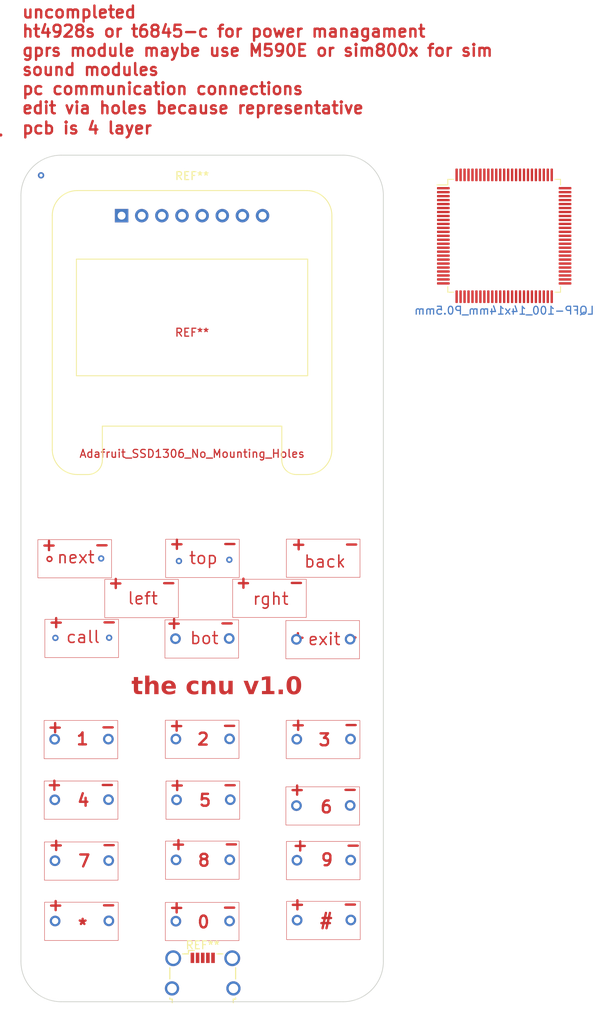
<source format=kicad_pcb>
(kicad_pcb (version 20221018) (generator pcbnew)
  (layers (0 "F.Cu" signal "on.Cu") (1 "In1.Cu" power "pwr.Cu") (2 "In2.Cu" mixed "orta.Cu") (31 "B.Cu" signal "son.Cu") (34 "B.Paste" user) (35 "F.Paste" user) (36 "B.SilkS" user "B.Silkscreen") (37 "F.SilkS" user "F.Silkscreen") (38 "B.Mask" user) (39 "F.Mask" user) (44 "Edge.Cuts" user))
  (net 0 "")
  (footprint "" (layer "F.Cu") (at 90.629972 101.652542)
    (fp_text reference "" (at 0 0) (layer "F.SilkS") (effects (font (size 1.27 1.27))))
    (fp_text value "" (at 0 0) (layer "F.SilkS") (effects (font (size 1.27 1.27))))
    (pad "" thru_hole circle (at 0 0) (size 1.35 1.35) (drill 0.8) (layers "*.Cu" "*.Mask"))
  )
  (footprint "" (layer "F.Cu") (at 60.151781 121.874338)
    (fp_text reference "" (at 0 0) (layer "F.SilkS") (effects (font (size 1.27 1.27))))
    (fp_text value "" (at 0 0) (layer "F.SilkS") (effects (font (size 1.27 1.27))))
    (pad "" thru_hole circle (at 0 0) (size 1.35 1.35) (drill 0.8) (layers "*.Cu" "*.Mask"))
  )
  (footprint "" (layer "F.Cu") (at 60.194806 137.148435)
    (fp_text reference "" (at 0 0) (layer "F.SilkS") (effects (font (size 1.27 1.27))))
    (fp_text value "" (at 0 0) (layer "F.SilkS") (effects (font (size 1.27 1.27))))
    (pad "" thru_hole circle (at 0 0) (size 1.35 1.35) (drill 0.8) (layers "*.Cu" "*.Mask"))
  )
  (footprint "" (layer "F.Cu") (at 60.173293 129.554412)
    (fp_text reference "" (at 0 0) (layer "F.SilkS") (effects (font (size 1.27 1.27))))
    (fp_text value "" (at 0 0) (layer "F.SilkS") (effects (font (size 1.27 1.27))))
    (pad "" thru_hole circle (at 0 0) (size 1.35 1.35) (drill 0.8) (layers "*.Cu" "*.Mask"))
  )
  (footprint "" (layer "F.Cu") (at 82.288466 121.85729)
    (fp_text reference "" (at 0 0) (layer "F.SilkS") (effects (font (size 1.27 1.27))))
    (fp_text value "" (at 0 0) (layer "F.SilkS") (effects (font (size 1.27 1.27))))
    (pad "" thru_hole circle (at 0 0) (size 1.35 1.35) (drill 0.8) (layers "*.Cu" "*.Mask"))
  )
  (footprint "" (layer "F.Cu") (at 75.51193 121.878802)
    (fp_text reference "" (at 0 0) (layer "F.SilkS") (effects (font (size 1.27 1.27))))
    (fp_text value "" (at 0 0) (layer "F.SilkS") (effects (font (size 1.27 1.27))))
    (pad "" thru_hole circle (at 0 0) (size 1.35 1.35) (drill 0.8) (layers "*.Cu" "*.Mask"))
  )
  (footprint "" (layer "F.Cu") (at 97.476512 129.468362)
    (fp_text reference "" (at 0 0) (layer "F.SilkS") (effects (font (size 1.27 1.27))))
    (fp_text value "" (at 0 0) (layer "F.SilkS") (effects (font (size 1.27 1.27))))
    (pad "" thru_hole circle (at 0 0) (size 1.35 1.35) (drill 0.8) (layers "*.Cu" "*.Mask"))
  )
  (footprint "" (layer "F.Cu") (at 66.971342 137.126923)
    (fp_text reference "" (at 0 0) (layer "F.SilkS") (effects (font (size 1.27 1.27))))
    (fp_text value "" (at 0 0) (layer "F.SilkS") (effects (font (size 1.27 1.27))))
    (pad "" thru_hole circle (at 0 0) (size 1.35 1.35) (drill 0.8) (layers "*.Cu" "*.Mask"))
  )
  (footprint "Package_QFP:LQFP-100_14x14mm_P0.5mm" (layer "F.Cu") (at 116.84 50.8)
    (fp_text reference "" hide)
    (fp_text value "LQFP-100_14x14mm_P0.5mm" (at 0 9.42) (layer "B.Cu") (effects (justify mirror)))
    (fp_text user "${REFERENCE}" (at 0 0) (layer "B.Cu") (effects (justify mirror)))
    (fp_line (start -7.11 -7.11) (end -7.11 -6.41) (stroke (width 0.12)) (layer "F.SilkS"))
    (fp_line (start -7.11 -6.41) (end -8.475 -6.41) (stroke (width 0.12)) (layer "F.SilkS"))
    (fp_line (start -7.11 7.11) (end -7.11 6.41) (stroke (width 0.12)) (layer "F.SilkS"))
    (fp_line (start -6.41 -7.11) (end -7.11 -7.11) (stroke (width 0.12)) (layer "F.SilkS"))
    (fp_line (start -6.41 7.11) (end -7.11 7.11) (stroke (width 0.12)) (layer "F.SilkS"))
    (fp_line (start 6.41 -7.11) (end 7.11 -7.11) (stroke (width 0.12)) (layer "F.SilkS"))
    (fp_line (start 6.41 7.11) (end 7.11 7.11) (stroke (width 0.12)) (layer "F.SilkS"))
    (fp_line (start 7.11 -7.11) (end 7.11 -6.41) (stroke (width 0.12)) (layer "F.SilkS"))
    (fp_line (start 7.11 7.11) (end 7.11 6.41) (stroke (width 0.12)) (layer "F.SilkS"))
    (pad "1" smd roundrect (at -7.675 -6) (size 1.6 0.3) (layers "F.Cu" "F.Paste" "F.Mask"))
    (pad "2" smd roundrect (at -7.675 -5.5) (size 1.6 0.3) (layers "F.Cu" "F.Paste" "F.Mask"))
    (pad "3" smd roundrect (at -7.675 -5) (size 1.6 0.3) (layers "F.Cu" "F.Paste" "F.Mask"))
    (pad "4" smd roundrect (at -7.675 -4.5) (size 1.6 0.3) (layers "F.Cu" "F.Paste" "F.Mask"))
    (pad "5" smd roundrect (at -7.675 -4) (size 1.6 0.3) (layers "F.Cu" "F.Paste" "F.Mask"))
    (pad "6" smd roundrect (at -7.675 -3.5) (size 1.6 0.3) (layers "F.Cu" "F.Paste" "F.Mask"))
    (pad "7" smd roundrect (at -7.675 -3) (size 1.6 0.3) (layers "F.Cu" "F.Paste" "F.Mask"))
    (pad "8" smd roundrect (at -7.675 -2.5) (size 1.6 0.3) (layers "F.Cu" "F.Paste" "F.Mask"))
    (pad "9" smd roundrect (at -7.675 -2) (size 1.6 0.3) (layers "F.Cu" "F.Paste" "F.Mask"))
    (pad "10" smd roundrect (at -7.675 -1.5) (size 1.6 0.3) (layers "F.Cu" "F.Paste" "F.Mask"))
    (pad "11" smd roundrect (at -7.675 -1) (size 1.6 0.3) (layers "F.Cu" "F.Paste" "F.Mask"))
    (pad "12" smd roundrect (at -7.675 -0.5) (size 1.6 0.3) (layers "F.Cu" "F.Paste" "F.Mask"))
    (pad "13" smd roundrect (at -7.675 0) (size 1.6 0.3) (layers "F.Cu" "F.Paste" "F.Mask"))
    (pad "14" smd roundrect (at -7.675 0.5) (size 1.6 0.3) (layers "F.Cu" "F.Paste" "F.Mask"))
    (pad "15" smd roundrect (at -7.675 1) (size 1.6 0.3) (layers "F.Cu" "F.Paste" "F.Mask"))
    (pad "16" smd roundrect (at -7.675 1.5) (size 1.6 0.3) (layers "F.Cu" "F.Paste" "F.Mask"))
    (pad "17" smd roundrect (at -7.675 2) (size 1.6 0.3) (layers "F.Cu" "F.Paste" "F.Mask"))
    (pad "18" smd roundrect (at -7.675 2.5) (size 1.6 0.3) (layers "F.Cu" "F.Paste" "F.Mask"))
    (pad "19" smd roundrect (at -7.675 3) (size 1.6 0.3) (layers "F.Cu" "F.Paste" "F.Mask"))
    (pad "20" smd roundrect (at -7.675 3.5) (size 1.6 0.3) (layers "F.Cu" "F.Paste" "F.Mask"))
    (pad "21" smd roundrect (at -7.675 4) (size 1.6 0.3) (layers "F.Cu" "F.Paste" "F.Mask"))
    (pad "22" smd roundrect (at -7.675 4.5) (size 1.6 0.3) (layers "F.Cu" "F.Paste" "F.Mask"))
    (pad "23" smd roundrect (at -7.675 5) (size 1.6 0.3) (layers "F.Cu" "F.Paste" "F.Mask"))
    (pad "24" smd roundrect (at -7.675 5.5) (size 1.6 0.3) (layers "F.Cu" "F.Paste" "F.Mask"))
    (pad "25" smd roundrect (at -7.675 6) (size 1.6 0.3) (layers "F.Cu" "F.Paste" "F.Mask"))
    (pad "26" smd roundrect (at -6 7.675) (size 0.3 1.6) (layers "F.Cu" "F.Paste" "F.Mask"))
    (pad "27" smd roundrect (at -5.5 7.675) (size 0.3 1.6) (layers "F.Cu" "F.Paste" "F.Mask"))
    (pad "28" smd roundrect (at -5 7.675) (size 0.3 1.6) (layers "F.Cu" "F.Paste" "F.Mask"))
    (pad "29" smd roundrect (at -4.5 7.675) (size 0.3 1.6) (layers "F.Cu" "F.Paste" "F.Mask"))
    (pad "30" smd roundrect (at -4 7.675) (size 0.3 1.6) (layers "F.Cu" "F.Paste" "F.Mask"))
    (pad "31" smd roundrect (at -3.5 7.675) (size 0.3 1.6) (layers "F.Cu" "F.Paste" "F.Mask"))
    (pad "32" smd roundrect (at -3 7.675) (size 0.3 1.6) (layers "F.Cu" "F.Paste" "F.Mask"))
    (pad "33" smd roundrect (at -2.5 7.675) (size 0.3 1.6) (layers "F.Cu" "F.Paste" "F.Mask"))
    (pad "34" smd roundrect (at -2 7.675) (size 0.3 1.6) (layers "F.Cu" "F.Paste" "F.Mask"))
    (pad "35" smd roundrect (at -1.5 7.675) (size 0.3 1.6) (layers "F.Cu" "F.Paste" "F.Mask"))
    (pad "36" smd roundrect (at -1 7.675) (size 0.3 1.6) (layers "F.Cu" "F.Paste" "F.Mask"))
    (pad "37" smd roundrect (at -0.5 7.675) (size 0.3 1.6) (layers "F.Cu" "F.Paste" "F.Mask"))
    (pad "38" smd roundrect (at 0 7.675) (size 0.3 1.6) (layers "F.Cu" "F.Paste" "F.Mask"))
    (pad "39" smd roundrect (at 0.5 7.675) (size 0.3 1.6) (layers "F.Cu" "F.Paste" "F.Mask"))
    (pad "40" smd roundrect (at 1 7.675) (size 0.3 1.6) (layers "F.Cu" "F.Paste" "F.Mask"))
    (pad "41" smd roundrect (at 1.5 7.675) (size 0.3 1.6) (layers "F.Cu" "F.Paste" "F.Mask"))
    (pad "42" smd roundrect (at 2 7.675) (size 0.3 1.6) (layers "F.Cu" "F.Paste" "F.Mask"))
    (pad "43" smd roundrect (at 2.5 7.675) (size 0.3 1.6) (layers "F.Cu" "F.Paste" "F.Mask"))
    (pad "44" smd roundrect (at 3 7.675) (size 0.3 1.6) (layers "F.Cu" "F.Paste" "F.Mask"))
    (pad "45" smd roundrect (at 3.5 7.675) (size 0.3 1.6) (layers "F.Cu" "F.Paste" "F.Mask"))
    (pad "46" smd roundrect (at 4 7.675) (size 0.3 1.6) (layers "F.Cu" "F.Paste" "F.Mask"))
    (pad "47" smd roundrect (at 4.5 7.675) (size 0.3 1.6) (layers "F.Cu" "F.Paste" "F.Mask"))
    (pad "48" smd roundrect (at 5 7.675) (size 0.3 1.6) (layers "F.Cu" "F.Paste" "F.Mask"))
    (pad "49" smd roundrect (at 5.5 7.675) (size 0.3 1.6) (layers "F.Cu" "F.Paste" "F.Mask"))
    (pad "50" smd roundrect (at 6 7.675) (size 0.3 1.6) (layers "F.Cu" "F.Paste" "F.Mask"))
    (pad "51" smd roundrect (at 7.675 6) (size 1.6 0.3) (layers "F.Cu" "F.Paste" "F.Mask"))
    (pad "52" smd roundrect (at 7.675 5.5) (size 1.6 0.3) (layers "F.Cu" "F.Paste" "F.Mask"))
    (pad "53" smd roundrect (at 7.675 5) (size 1.6 0.3) (layers "F.Cu" "F.Paste" "F.Mask"))
    (pad "54" smd roundrect (at 7.675 4.5) (size 1.6 0.3) (layers "F.Cu" "F.Paste" "F.Mask"))
    (pad "55" smd roundrect (at 7.675 4) (size 1.6 0.3) (layers "F.Cu" "F.Paste" "F.Mask"))
    (pad "56" smd roundrect (at 7.675 3.5) (size 1.6 0.3) (layers "F.Cu" "F.Paste" "F.Mask"))
    (pad "57" smd roundrect (at 7.675 3) (size 1.6 0.3) (layers "F.Cu" "F.Paste" "F.Mask"))
    (pad "58" smd roundrect (at 7.675 2.5) (size 1.6 0.3) (layers "F.Cu" "F.Paste" "F.Mask"))
    (pad "59" smd roundrect (at 7.675 2) (size 1.6 0.3) (layers "F.Cu" "F.Paste" "F.Mask"))
    (pad "60" smd roundrect (at 7.675 1.5) (size 1.6 0.3) (layers "F.Cu" "F.Paste" "F.Mask"))
    (pad "61" smd roundrect (at 7.675 1) (size 1.6 0.3) (layers "F.Cu" "F.Paste" "F.Mask"))
    (pad "62" smd roundrect (at 7.675 0.5) (size 1.6 0.3) (layers "F.Cu" "F.Paste" "F.Mask"))
    (pad "63" smd roundrect (at 7.675 0) (size 1.6 0.3) (layers "F.Cu" "F.Paste" "F.Mask"))
    (pad "64" smd roundrect (at 7.675 -0.5) (size 1.6 0.3) (layers "F.Cu" "F.Paste" "F.Mask"))
    (pad "65" smd roundrect (at 7.675 -1) (size 1.6 0.3) (layers "F.Cu" "F.Paste" "F.Mask"))
    (pad "66" smd roundrect (at 7.675 -1.5) (size 1.6 0.3) (layers "F.Cu" "F.Paste" "F.Mask"))
    (pad "67" smd roundrect (at 7.675 -2) (size 1.6 0.3) (layers "F.Cu" "F.Paste" "F.Mask"))
    (pad "68" smd roundrect (at 7.675 -2.5) (size 1.6 0.3) (layers "F.Cu" "F.Paste" "F.Mask"))
    (pad "69" smd roundrect (at 7.675 -3) (size 1.6 0.3) (layers "F.Cu" "F.Paste" "F.Mask"))
    (pad "70" smd roundrect (at 7.675 -3.5) (size 1.6 0.3) (layers "F.Cu" "F.Paste" "F.Mask"))
    (pad "71" smd roundrect (at 7.675 -4) (size 1.6 0.3) (layers "F.Cu" "F.Paste" "F.Mask"))
    (pad "72" smd roundrect (at 7.675 -4.5) (size 1.6 0.3) (layers "F.Cu" "F.Paste" "F.Mask"))
    (pad "73" smd roundrect (at 7.675 -5) (size 1.6 0.3) (layers "F.Cu" "F.Paste" "F.Mask"))
    (pad "74" smd roundrect (at 7.675 -5.5) (size 1.6 0.3) (layers "F.Cu" "F.Paste" "F.Mask"))
    (pad "75" smd roundrect (at 7.675 -6) (size 1.6 0.3) (layers "F.Cu" "F.Paste" "F.Mask"))
    (pad "76" smd roundrect (at 6 -7.675) (size 0.3 1.6) (layers "F.Cu" "F.Paste" "F.Mask"))
    (pad "77" smd roundrect (at 5.5 -7.675) (size 0.3 1.6) (layers "F.Cu" "F.Paste" "F.Mask"))
    (pad "78" smd roundrect (at 5 -7.675) (size 0.3 1.6) (layers "F.Cu" "F.Paste" "F.Mask"))
    (pad "79" smd roundrect (at 4.5 -7.675) (size 0.3 1.6) (layers "F.Cu" "F.Paste" "F.Mask"))
    (pad "80" smd roundrect (at 4 -7.675) (size 0.3 1.6) (layers "F.Cu" "F.Paste" "F.Mask"))
    (pad "81" smd roundrect (at 3.5 -7.675) (size 0.3 1.6) (layers "F.Cu" "F.Paste" "F.Mask"))
    (pad "82" smd roundrect (at 3 -7.675) (size 0.3 1.6) (layers "F.Cu" "F.Paste" "F.Mask"))
    (pad "83" smd roundrect (at 2.5 -7.675) (size 0.3 1.6) (layers "F.Cu" "F.Paste" "F.Mask"))
    (pad "84" smd roundrect (at 2 -7.675) (size 0.3 1.6) (layers "F.Cu" "F.Paste" "F.Mask"))
    (pad "85" smd roundrect (at 1.5 -7.675) (size 0.3 1.6) (layers "F.Cu" "F.Paste" "F.Mask"))
    (pad "86" smd roundrect (at 1 -7.675) (size 0.3 1.6) (layers "F.Cu" "F.Paste" "F.Mask"))
    (pad "87" smd roundrect (at 0.5 -7.675) (size 0.3 1.6) (layers "F.Cu" "F.Paste" "F.Mask"))
    (pad "88" smd roundrect (at 0 -7.675) (size 0.3 1.6) (layers "F.Cu" "F.Paste" "F.Mask"))
    (pad "89" smd roundrect (at -0.5 -7.675) (size 0.3 1.6) (layers "F.Cu" "F.Paste" "F.Mask"))
    (pad "90" smd roundrect (at -1 -7.675) (size 0.3 1.6) (layers "F.Cu" "F.Paste" "F.Mask"))
    (pad "91" smd roundrect (at -1.5 -7.675) (size 0.3 1.6) (layers "F.Cu" "F.Paste" "F.Mask"))
    (pad "92" smd roundrect (at -2 -7.675) (size 0.3 1.6) (layers "F.Cu" "F.Paste" "F.Mask"))
    (pad "93" smd roundrect (at -2.5 -7.675) (size 0.3 1.6) (layers "F.Cu" "F.Paste" "F.Mask"))
    (pad "94" smd roundrect (at -3 -7.675) (size 0.3 1.6) (layers "F.Cu" "F.Paste" "F.Mask"))
    (pad "95" smd roundrect (at -3.5 -7.675) (size 0.3 1.6) (layers "F.Cu" "F.Paste" "F.Mask"))
    (pad "96" smd roundrect (at -4 -7.675) (size 0.3 1.6) (layers "F.Cu" "F.Paste" "F.Mask"))
    (pad "97" smd roundrect (at -4.5 -7.675) (size 0.3 1.6) (layers "F.Cu" "F.Paste" "F.Mask"))
    (pad "98" smd roundrect (at -5 -7.675) (size 0.3 1.6) (layers "F.Cu" "F.Paste" "F.Mask"))
    (pad "99" smd roundrect (at -5.5 -7.675) (size 0.3 1.6) (layers "F.Cu" "F.Paste" "F.Mask"))
    (pad "100" smd roundrect (at -6 -7.675) (size 0.3 1.6) (layers "F.Cu" "F.Paste" "F.Mask"))
  )
  (footprint "" (layer "F.Cu") (at 82.223927 129.425336)
    (fp_text reference "" (at 0 0) (layer "F.SilkS") (effects (font (size 1.27 1.27))))
    (fp_text value "" (at 0 0) (layer "F.SilkS") (effects (font (size 1.27 1.27))))
    (pad "" thru_hole circle (at 0 0) (size 1.35 1.35) (drill 0.8) (layers "*.Cu" "*.Mask"))
  )
  (footprint "" (layer "F.Cu") (at 66.911608 114.221495)
    (fp_text reference "" (at 0 0) (layer "F.SilkS") (effects (font (size 1.27 1.27))))
    (fp_text value "" (at 0 0) (layer "F.SilkS") (effects (font (size 1.27 1.27))))
    (pad "" thru_hole circle (at 0 0) (size 1.35 1.35) (drill 0.8) (layers "*.Cu" "*.Mask"))
  )
  (footprint "" (layer "F.Cu") (at 90.635438 122.605773)
    (fp_text reference "" (at 0 0) (layer "F.SilkS") (effects (font (size 1.27 1.27))))
    (fp_text value "" (at 0 0) (layer "F.SilkS") (effects (font (size 1.27 1.27))))
    (pad "" thru_hole circle (at 0 0) (size 1.35 1.35) (drill 0.8) (layers "*.Cu" "*.Mask"))
  )
  (footprint "" (layer "F.Cu") (at 75.425878 137.169948)
    (fp_text reference "" (at 0 0) (layer "F.SilkS") (effects (font (size 1.27 1.27))))
    (fp_text value "" (at 0 0) (layer "F.SilkS") (effects (font (size 1.27 1.27))))
    (pad "" thru_hole circle (at 0 0) (size 1.35 1.35) (drill 0.8) (layers "*.Cu" "*.Mask"))
  )
  (footprint "" (layer "F.Cu") (at 97.411974 122.584261)
    (fp_text reference "" (at 0 0) (layer "F.SilkS") (effects (font (size 1.27 1.27))))
    (fp_text value "" (at 0 0) (layer "F.SilkS") (effects (font (size 1.27 1.27))))
    (pad "" thru_hole circle (at 0 0) (size 1.35 1.35) (drill 0.8) (layers "*.Cu" "*.Mask"))
  )
  (footprint "" (layer "F.Cu") (at 97.498025 137.019359)
    (fp_text reference "" (at 0 0) (layer "F.SilkS") (effects (font (size 1.27 1.27))))
    (fp_text value "" (at 0 0) (layer "F.SilkS") (effects (font (size 1.27 1.27))))
    (pad "" thru_hole circle (at 0 0) (size 1.35 1.35) (drill 0.8) (layers "*.Cu" "*.Mask"))
  )
  (footprint "Display:Adafruit_SSD1306_No_Mounting_Holes" (layer "F.Cu") (at 68.58 48.26)
    (fp_text reference "REF**" (at 8.89 -5) (layer "F.SilkS"))
    (fp_text value "Adafruit_SSD1306_No_Mounting_Holes" (at 8.89 30) (layer "F.Cu"))
    (fp_text user "${REFERENCE}" (at 8.89 14.732) (layer "F.Cu"))
    (fp_line (start -8.746 0) (end -8.746 29.464) (stroke (width 0.12)) (layer "F.SilkS"))
    (fp_line (start -5.698 5.478) (end -5.698 20.176) (stroke (width 0.12)) (layer "F.SilkS"))
    (fp_line (start -5.698 5.478) (end 23.478 5.478) (stroke (width 0.12)) (layer "F.SilkS"))
    (fp_line (start -5.698 20.176) (end 23.478 20.176) (stroke (width 0.12)) (layer "F.SilkS"))
    (fp_line (start -4.238 32.622) (end -5.59 32.622) (stroke (width 0.12)) (layer "F.SilkS"))
    (fp_line (start -2.43 26.526) (end -2.43 30.814) (stroke (width 0.12)) (layer "F.SilkS"))
    (fp_line (start -2.43 26.526) (end 20.21 26.526) (stroke (width 0.12)) (layer "F.SilkS"))
    (fp_line (start 20.21 26.526) (end 20.21 30.814) (stroke (width 0.12)) (layer "F.SilkS"))
    (fp_line (start 22.018 32.622) (end 23.37 32.622) (stroke (width 0.12)) (layer "F.SilkS"))
    (fp_line (start 23.368 -3.158) (end -5.588 -3.158) (stroke (width 0.12)) (layer "F.SilkS"))
    (fp_line (start 23.478 5.478) (end 23.478 20.176) (stroke (width 0.12)) (layer "F.SilkS"))
    (fp_line (start 26.526 0) (end 26.526 29.464) (stroke (width 0.12)) (layer "F.SilkS"))
    (fp_arc (start -8.746 0) (mid -7.821043 -2.233043) (end -5.588 -3.158) (stroke (width 0.12)) (layer "F.SilkS"))
    (fp_arc (start -5.588 32.622) (mid -7.821043 31.697043) (end -8.746 29.464) (stroke (width 0.12)) (layer "F.SilkS"))
    (fp_arc (start -2.43 30.812) (mid -2.958137 32.091035) (end -4.236 32.622) (stroke (width 0.12)) (layer "F.SilkS"))
    (fp_arc (start 22.016 32.622) (mid 20.738137 32.091035) (end 20.21 30.812) (stroke (width 0.12)) (layer "F.SilkS"))
    (fp_arc (start 23.368 -3.158) (mid 25.601043 -2.233043) (end 26.526 0) (stroke (width 0.12)) (layer "F.SilkS"))
    (fp_arc (start 26.526 29.464) (mid 25.601043 31.697043) (end 23.368 32.622) (stroke (width 0.12)) (layer "F.SilkS"))
    (pad "1" thru_hole rect (at 0 0) (size 1.7 1.7) (drill 1) (layers "*.Cu" "*.Mask"))
    (pad "2" thru_hole circle (at 2.54 0) (size 1.7 1.7) (drill 1) (layers "*.Cu" "*.Mask"))
    (pad "3" thru_hole circle (at 5.08 0) (size 1.7 1.7) (drill 1) (layers "*.Cu" "*.Mask"))
    (pad "4" thru_hole circle (at 7.62 0) (size 1.7 1.7) (drill 1) (layers "*.Cu" "*.Mask"))
    (pad "5" thru_hole circle (at 10.16 0) (size 1.7 1.7) (drill 1) (layers "*.Cu" "*.Mask"))
    (pad "6" thru_hole circle (at 12.7 0) (size 1.7 1.7) (drill 1) (layers "*.Cu" "*.Mask"))
    (pad "7" thru_hole circle (at 15.24 0) (size 1.7 1.7) (drill 1) (layers "*.Cu" "*.Mask"))
    (pad "8" thru_hole circle (at 17.78 0) (size 1.7 1.7) (drill 1) (layers "*.Cu" "*.Mask"))
  )
  (footprint "" (layer "F.Cu") (at 90.699976 129.489874)
    (fp_text reference "" (at 0 0) (layer "F.SilkS") (effects (font (size 1.27 1.27))))
    (fp_text value "" (at 0 0) (layer "F.SilkS") (effects (font (size 1.27 1.27))))
    (pad "" thru_hole circle (at 0 0) (size 1.35 1.35) (drill 0.8) (layers "*.Cu" "*.Mask"))
  )
  (footprint "" (layer "F.Cu") (at 66.949829 129.5329)
    (fp_text reference "" (at 0 0) (layer "F.SilkS") (effects (font (size 1.27 1.27))))
    (fp_text value "" (at 0 0) (layer "F.SilkS") (effects (font (size 1.27 1.27))))
    (pad "" thru_hole circle (at 0 0) (size 1.35 1.35) (drill 0.8) (layers "*.Cu" "*.Mask"))
  )
  (footprint "" (layer "F.Cu") (at 97.406508 101.63103)
    (fp_text reference "" (at 0 0) (layer "F.SilkS") (effects (font (size 1.27 1.27))))
    (fp_text value "" (at 0 0) (layer "F.SilkS") (effects (font (size 1.27 1.27))))
    (pad "" thru_hole circle (at 0 0) (size 1.35 1.35) (drill 0.8) (layers "*.Cu" "*.Mask"))
  )
  (footprint "" (layer "F.Cu") (at 60.135072 114.243007)
    (fp_text reference "" (at 0 0) (layer "F.SilkS") (effects (font (size 1.27 1.27))))
    (fp_text value "" (at 0 0) (layer "F.SilkS") (effects (font (size 1.27 1.27))))
    (pad "" thru_hole circle (at 0 0) (size 1.35 1.35) (drill 0.8) (layers "*.Cu" "*.Mask"))
  )
  (footprint "" (layer "F.Cu") (at 66.928317 121.852826)
    (fp_text reference "" (at 0 0) (layer "F.SilkS") (effects (font (size 1.27 1.27))))
    (fp_text value "" (at 0 0) (layer "F.SilkS") (effects (font (size 1.27 1.27))))
    (pad "" thru_hole circle (at 0 0) (size 1.35 1.35) (drill 0.8) (layers "*.Cu" "*.Mask"))
  )
  (footprint "" (layer "F.Cu") (at 82.202414 114.194264)
    (fp_text reference "" (at 0 0) (layer "F.SilkS") (effects (font (size 1.27 1.27))))
    (fp_text value "" (at 0 0) (layer "F.SilkS") (effects (font (size 1.27 1.27))))
    (pad "" thru_hole circle (at 0 0) (size 1.35 1.35) (drill 0.8) (layers "*.Cu" "*.Mask"))
  )
  (footprint "" (layer "F.Cu") (at 75.447391 129.446848)
    (fp_text reference "" (at 0 0) (layer "F.SilkS") (effects (font (size 1.27 1.27))))
    (fp_text value "" (at 0 0) (layer "F.SilkS") (effects (font (size 1.27 1.27))))
    (pad "" thru_hole circle (at 0 0) (size 1.35 1.35) (drill 0.8) (layers "*.Cu" "*.Mask"))
  )
  (footprint "" (layer "F.Cu") (at 82.153923 101.544979)
    (fp_text reference "" (at 0 0) (layer "F.SilkS") (effects (font (size 1.27 1.27))))
    (fp_text value "" (at 0 0) (layer "F.SilkS") (effects (font (size 1.27 1.27))))
    (pad "" thru_hole circle (at 0 0) (size 1.35 1.35) (drill 0.8) (layers "*.Cu" "*.Mask"))
  )
  (footprint "" (layer "F.Cu") (at 75.377387 101.566491)
    (fp_text reference "" (at 0 0) (layer "F.SilkS") (effects (font (size 1.27 1.27))))
    (fp_text value "" (at 0 0) (layer "F.SilkS") (effects (font (size 1.27 1.27))))
    (pad "" thru_hole circle (at 0 0) (size 1.35 1.35) (drill 0.8) (layers "*.Cu" "*.Mask"))
  )
  (footprint "" (layer "F.Cu") (at 90.678463 114.237289)
    (fp_text reference "" (at 0 0) (layer "F.SilkS") (effects (font (size 1.27 1.27))))
    (fp_text value "" (at 0 0) (layer "F.SilkS") (effects (font (size 1.27 1.27))))
    (pad "" thru_hole circle (at 0 0) (size 1.35 1.35) (drill 0.8) (layers "*.Cu" "*.Mask"))
  )
  (footprint "Connector_USB:USB_Micro-B_Wuerth_629105150521_CircularHoles" (layer "F.Cu") (at 78.812605 143.690913)
    (fp_text reference "REF**" (at 0 -3.5) (layer "F.SilkS"))
    (fp_text value "USB_Micro-B_Wuerth_629105150521_CircularHoles")
    (fp_line (start -4.15 -0.65) (end -4.15 0.75) (stroke (width 0.15)) (layer "F.SilkS"))
    (fp_line (start -4.15 3.15) (end -4.15 3.3) (stroke (width 0.15)) (layer "F.SilkS"))
    (fp_line (start -4.15 3.3) (end -3.85 3.3) (stroke (width 0.15)) (layer "F.SilkS"))
    (fp_line (start -3.85 3.3) (end -3.85 3.75) (stroke (width 0.15)) (layer "F.SilkS"))
    (fp_line (start -1.8 -2.825) (end -1.8 -2.4) (stroke (width 0.15)) (layer "F.SilkS"))
    (fp_line (start -1.8 -2.4) (end -2.525 -2.4) (stroke (width 0.15)) (layer "F.SilkS"))
    (fp_line (start -1.075 -2.825) (end -1.8 -2.825) (stroke (width 0.15)) (layer "F.SilkS"))
    (fp_line (start 1.8 -2.4) (end 2.525 -2.4) (stroke (width 0.15)) (layer "F.SilkS"))
    (fp_line (start 3.85 3.3) (end 4.15 3.3) (stroke (width 0.15)) (layer "F.SilkS"))
    (fp_line (start 3.85 3.75) (end 3.85 3.3) (stroke (width 0.15)) (layer "F.SilkS"))
    (fp_line (start 4.15 0.75) (end 4.15 -0.65) (stroke (width 0.15)) (layer "F.SilkS"))
    (fp_line (start 4.15 3.3) (end 4.15 3.15) (stroke (width 0.15)) (layer "F.SilkS"))
    (pad "" np_thru_hole circle (at -2.5 -0.8) (size 0.8 0.8) (drill 0.8) (layers "*.Cu" "*.Mask"))
    (pad "" np_thru_hole circle (at 2.5 -0.8) (size 0.8 0.8) (drill 0.8) (layers "*.Cu" "*.Mask"))
    (pad "1" smd rect (at -1.3 -1.9) (size 0.45 1.3) (layers "F.Cu" "F.Paste" "F.Mask"))
    (pad "2" smd rect (at -0.65 -1.9) (size 0.45 1.3) (layers "F.Cu" "F.Paste" "F.Mask"))
    (pad "3" smd rect (at 0 -1.9) (size 0.45 1.3) (layers "F.Cu" "F.Paste" "F.Mask"))
    (pad "4" smd rect (at 0.65 -1.9) (size 0.45 1.3) (layers "F.Cu" "F.Paste" "F.Mask"))
    (pad "5" smd rect (at 1.3 -1.9) (size 0.45 1.3) (layers "F.Cu" "F.Paste" "F.Mask"))
    (pad "6" thru_hole circle (at -3.875 1.95) (size 1.8 1.8) (drill 1.2) (layers "*.Cu" "*.Mask"))
    (pad "6" thru_hole circle (at -3.725 -1.85) (size 2 2) (drill 1.4) (layers "*.Cu" "*.Mask"))
    (pad "6" thru_hole circle (at 3.725 -1.85) (size 2 2) (drill 1.4) (layers "*.Cu" "*.Mask"))
    (pad "6" thru_hole circle (at 3.875 1.95) (size 1.8 1.8) (drill 1.2) (layers "*.Cu" "*.Mask"))
  )
  (footprint "" (layer "F.Cu") (at 82.202414 137.148436)
    (fp_text reference "" (at 0 0) (layer "F.SilkS") (effects (font (size 1.27 1.27))))
    (fp_text value "" (at 0 0) (layer "F.SilkS") (effects (font (size 1.27 1.27))))
    (pad "" thru_hole circle (at 0 0) (size 1.35 1.35) (drill 0.8) (layers "*.Cu" "*.Mask"))
  )
  (footprint "" (layer "F.Cu") (at 75.425878 114.215776)
    (fp_text reference "" (at 0 0) (layer "F.SilkS") (effects (font (size 1.27 1.27))))
    (fp_text value "" (at 0 0) (layer "F.SilkS") (effects (font (size 1.27 1.27))))
    (pad "" thru_hole circle (at 0 0) (size 1.35 1.35) (drill 0.8) (layers "*.Cu" "*.Mask"))
  )
  (footprint "" (layer "F.Cu") (at 90.721489 137.040871)
    (fp_text reference "" (at 0 0) (layer "F.SilkS") (effects (font (size 1.27 1.27))))
    (fp_text value "" (at 0 0) (layer "F.SilkS") (effects (font (size 1.27 1.27))))
    (pad "" thru_hole circle (at 0 0) (size 1.35 1.35) (drill 0.8) (layers "*.Cu" "*.Mask"))
  )
  (footprint "" (layer "F.Cu") (at 97.454999 114.215777)
    (fp_text reference "" (at 0 0) (layer "F.SilkS") (effects (font (size 1.27 1.27))))
    (fp_text value "" (at 0 0) (layer "F.SilkS") (effects (font (size 1.27 1.27))))
    (pad "" thru_hole circle (at 0 0) (size 1.35 1.35) (drill 0.8) (layers "*.Cu" "*.Mask"))
  )
  (gr_rect (start 89.345817 111.869052) (end 98.639352 116.687922) (stroke (width 0.05)) (fill none) (layer "F.Cu"))
  (gr_rect (start 58.819135 119.506101) (end 68.11267 124.324971) (stroke (width 0.05)) (fill none) (layer "F.Cu"))
  (gr_rect (start 74.114745 127.078611) (end 83.40828 131.897481) (stroke (width 0.05)) (fill none) (layer "F.Cu"))
  (gr_rect (start 89.302792 120.237536) (end 98.596327 125.056406) (stroke (width 0.05)) (fill none) (layer "F.Cu"))
  (gr_rect (start 82.585328 94.078204) (end 91.878863 98.897074) (stroke (width 0.05)) (fill none) (layer "F.Cu"))
  (gr_rect (start 89.361864 89.022693) (end 98.655399 93.841563) (stroke (width 0.05)) (fill none) (layer "F.Cu"))
  (gr_rect (start 74.130792 89.044206) (end 83.424327 93.863076) (stroke (width 0.05)) (fill none) (layer "F.Cu"))
  (gr_rect (start 66.450718 94.099717) (end 75.744253 98.918587) (stroke (width 0.05)) (fill none) (layer "F.Cu"))
  (gr_rect (start 89.297326 99.284305) (end 98.590861 104.103175) (stroke (width 0.05)) (fill none) (layer "F.Cu"))
  (gr_rect (start 58.802426 111.87477) (end 68.095961 116.69364) (stroke (width 0.05)) (fill none) (layer "F.Cu"))
  (gr_rect (start 74.044741 99.198254) (end 83.338276 104.017124) (stroke (width 0.05)) (fill none) (layer "F.Cu"))
  (gr_rect (start 89.388843 134.672634) (end 98.682378 139.491504) (stroke (width 0.05)) (fill none) (layer "F.Cu"))
  (gr_rect (start 58.840647 127.186175) (end 68.134182 132.005045) (stroke (width 0.05)) (fill none) (layer "F.Cu"))
  (gr_rect (start 74.093232 111.847539) (end 83.386767 116.666409) (stroke (width 0.05)) (fill none) (layer "F.Cu"))
  (gr_rect (start 58.017695 89.087232) (end 67.31123 93.906102) (stroke (width 0.05)) (fill none) (layer "F.Cu"))
  (gr_rect (start 74.093232 134.801711) (end 83.386767 139.620581) (stroke (width 0.05)) (fill none) (layer "F.Cu"))
  (gr_rect (start 74.179284 119.510565) (end 83.472819 124.329435) (stroke (width 0.05)) (fill none) (layer "F.Cu"))
  (gr_arc (start 53.34 38.1) (mid 53.34 38.1) (end 53.34 38.1) (stroke (width 0.2)) (layer "F.Cu"))
  (gr_rect (start 58.86216 134.780198) (end 68.155695 139.599068) (stroke (width 0.05)) (fill none) (layer "F.Cu"))
  (gr_rect (start 89.36733 127.121637) (end 98.660865 131.940507) (stroke (width 0.05)) (fill none) (layer "F.Cu"))
  (gr_rect (start 58.89972 99.133716) (end 68.193255 103.952586) (stroke (width 0.05)) (fill none) (layer "F.Cu"))
  (gr_arc (start 55.88 45.72) (mid 57.367898 42.127898) (end 60.96 40.64) (stroke (width 0.1)) (layer "Edge.Cuts"))
  (gr_line (start 60.96 40.64) (end 96.52 40.64) (stroke (width 0.1)) (layer "Edge.Cuts"))
  (gr_arc (start 60.96 147.32) (mid 57.367898 145.832102) (end 55.88 142.24) (stroke (width 0.1)) (layer "Edge.Cuts"))
  (gr_line (start 96.52 147.32) (end 60.96 147.32) (stroke (width 0.1)) (layer "Edge.Cuts"))
  (gr_line (start 101.6 45.72) (end 101.6 142.24) (stroke (width 0.1)) (layer "Edge.Cuts"))
  (gr_arc (start 101.6 142.24) (mid 100.112102 145.832102) (end 96.52 147.32) (stroke (width 0.1)) (layer "Edge.Cuts"))
  (gr_line (start 55.88 142.24) (end 55.88 45.72) (stroke (width 0.1)) (layer "Edge.Cuts"))
  (gr_arc (start 96.52 40.64) (mid 100.112102 42.127898) (end 101.6 45.72) (stroke (width 0.1)) (layer "Edge.Cuts"))
  (gr_text "0" (at 77.998399 138.155863) (layer "F.Cu") (effects (font (size 1.5 1.5) (thickness 0.3) bold) (justify left bottom)))
  (gr_text "+" (at 59.069849 113.548879) (layer "F.Cu") (effects (font (size 1.5 1.5) (thickness 0.3) bold) (justify left bottom)))
  (gr_text "+" (at 89.790146 90.508656) (layer "F.Cu") (effects (font (size 1.5 1.5) (thickness 0.3) bold) (justify left bottom)))
  (gr_text "7" (at 62.962753 130.462075) (layer "F.Cu") (effects (font (size 1.5 1.5) (thickness 0.3) bold) (justify left bottom)))
  (gr_text "-" (at 81.077456 113.322995) (layer "F.Cu") (effects (font (size 1.5 1.5) (thickness 0.3) bold) (justify left bottom)))
  (gr_text "+" (at 74.397728 136.266411) (layer "F.Cu") (effects (font (size 1.5 1.5) (thickness 0.3) bold) (justify left bottom)))
  (gr_text "+" (at 82.819995 95.349039) (layer "F.Cu") (effects (font (size 1.5 1.5) (thickness 0.3) bold) (justify left bottom)))
  (gr_text "+" (at 59.198925 100.318499) (layer "F.Cu") (effects (font (size 1.5 1.5) (thickness 0.3) bold) (justify left bottom)))
  (gr_text "top" (at 76.979265 92.285865) (layer "F.Cu") (effects (font (size 1.5 1.5) (thickness 0.1875)) (justify left bottom)))
  (gr_text "#" (at 93.444599 137.969419) (layer "F.Cu") (effects (font (size 1.5 1.5) (thickness 0.3) bold) (justify left bottom)))
  (gr_text "+" (at 89.596531 121.422569) (layer "F.Cu") (effects (font (size 1.5 1.5) (thickness 0.3) bold) (justify left bottom)))
  (gr_text "1" (at 62.735416 115.084022) (layer "F.Cu") (effects (font (size 1.5 1.5) (thickness 0.3) bold) (justify left bottom)))
  (gr_text "next" (at 60.328347 92.189058) (layer "F.Cu") (effects (font (size 1.5 1.5) (thickness 0.1875)) (justify left bottom)))
  (gr_text "left" (at 69.234652 97.368268) (layer "F.Cu") (effects (font (size 1.5 1.5) (thickness 0.1875)) (justify left bottom)))
  (gr_text "+" (at 74.462267 120.841723) (layer "F.Cu") (effects (font (size 1.5 1.5) (thickness 0.3) bold) (justify left bottom)))
  (gr_text "+" (at 58.295387 90.605464) (layer "F.Cu") (effects (font (size 1.5 1.5) (thickness 0.3) bold) (justify left bottom)))
  (gr_text "-" (at 65.878653 100.28623) (layer "F.Cu") (effects (font (size 1.5 1.5) (thickness 0.3) bold) (justify left bottom)))
  (gr_text "-" (at 65.814115 135.943719) (layer "F.Cu") (effects (font (size 1.5 1.5) (thickness 0.3) bold) (justify left bottom)))
  (gr_text "-" (at 96.308528 135.846911) (layer "F.Cu") (effects (font (size 1.5 1.5) (thickness 0.3) bold) (justify left bottom)))
  (gr_text "pcb is 4 layer " (at 55.88 38.1) (layer "F.Cu") (effects (font (size 1.5 1.5) (thickness 0.3) bold) (justify left bottom)))
  (gr_text "+" (at 74.429997 90.444117) (layer "F.Cu") (effects (font (size 1.5 1.5) (thickness 0.3) bold) (justify left bottom)))
  (gr_text "the cnu v1.0" (at 69.817901 108.935762) (layer "F.Cu") (effects (font (size 2.2 2.2) (thickness 0.3) bold) (justify left bottom)))
  (gr_text "4" (at 62.840202 122.819074) (layer "F.Cu") (effects (font (size 1.5 1.5) (thickness 0.3) bold) (justify left bottom)))
  (gr_text "-" (at 81.109725 90.411848) (layer "F.Cu") (effects (font (size 1.5 1.5) (thickness 0.3) bold) (justify left bottom)))
  (gr_text "*" (at 62.896404 138.571778) (layer "F.Cu") (effects (font (size 1.5 1.5) (thickness 0.3) bold) (justify left bottom)))
  (gr_text "3" (at 93.27405 115.198757) (layer "F.Cu") (effects (font (size 1.5 1.5) (thickness 0.3) bold) (justify left bottom)))
  (gr_text "uncompleted \nht4928s or t6845-c for power managament\ngprs module maybe use M590E or sim800x for sim\nsound modules\npc communication connections\nedit via holes because representative \n" (at 55.88 35.56) (layer "F.Cu") (effects (font (size 1.5 1.5) (thickness 0.3) bold) (justify left bottom)))
  (gr_text "-" (at 65.749577 113.51661) (layer "F.Cu") (effects (font (size 1.5 1.5) (thickness 0.3) bold) (justify left bottom)))
  (gr_text "-" (at 80.754764 100.415307) (layer "F.Cu") (effects (font (size 1.5 1.5) (thickness 0.3) bold) (justify left bottom)))
  (gr_text "-" (at 73.397382 95.349039) (layer "F.Cu") (effects (font (size 1.5 1.5) (thickness 0.3) bold) (justify left bottom)))
  (gr_text "+" (at 74.623613 128.295913) (layer "F.Cu") (effects (font (size 1.5 1.5) (thickness 0.3) bold) (justify left bottom)))
  (gr_text "8" (at 78.051589 130.380827) (layer "F.Cu") (effects (font (size 1.5 1.5) (thickness 0.3) bold) (justify left bottom)))
  (gr_text "+" (at 58.973041 120.809454) (layer "F.Cu") (effects (font (size 1.5 1.5) (thickness 0.3) bold) (justify left bottom)))
  (gr_text "-" (at 81.303341 128.263644) (layer "F.Cu") (effects (font (size 1.5 1.5) (thickness 0.3) bold) (justify left bottom)))
  (gr_text "-" (at 65.652769 120.777185) (layer "F.Cu") (effects (font (size 1.5 1.5) (thickness 0.3) bold) (justify left bottom)))
  (gr_text "rght" (at 85.014301 97.416671) (layer "F.Cu") (effects (font (size 1.5 1.5) (thickness 0.1875)) (justify left bottom)))
  (gr_text "-" (at 81.077456 136.234142) (layer "F.Cu") (effects (font (size 1.5 1.5) (thickness 0.3) bold) (justify left bottom)))
  (gr_text "+" (at 89.983762 128.457259) (layer "F.Cu") (effects (font (size 1.5 1.5) (thickness 0.3) bold) (justify left bottom)))
  (gr_text "+" (at 89.693339 102.222383) (layer "F.Cu") (effects (font (size 1.5 1.5) (thickness 0.3) bold) (justify left bottom)))
  (gr_text "-" (at 81.141995 120.809454) (layer "F.Cu") (effects (font (size 1.5 1.5) (thickness 0.3) bold) (justify left bottom)))
  (gr_text "+" (at 59.198925 128.392721) (layer "F.Cu") (effects (font (size 1.5 1.5) (thickness 0.3) bold) (justify left bottom)))
  (gr_text "-" (at 96.469874 90.476387) (layer "F.Cu") (effects (font (size 1.5 1.5) (thickness 0.3) bold) (justify left bottom)))
  (gr_text "+" (at 74.397728 113.355264) (layer "F.Cu") (effects (font (size 1.5 1.5) (thickness 0.3) bold) (justify left bottom)))
  (gr_text "2" (at 77.956927 115.112706) (layer "F.Cu") (effects (font (size 1.5 1.5) (thickness 0.3) bold) (justify left bottom)))
  (gr_text "+" (at 89.6288 135.87918) (layer "F.Cu") (effects (font (size 1.5 1.5) (thickness 0.3) bold) (justify left bottom)))
  (gr_text "exit" (at 91.984453 102.499074) (layer "F.Cu") (effects (font (size 1.5 1.5) (thickness 0.1875)) (justify left bottom)))
  (gr_text "-" (at 65.878653 128.360452) (layer "F.Cu") (effects (font (size 1.5 1.5) (thickness 0.3) bold) (justify left bottom)))
  (gr_text "-" (at 96.373067 102.190114) (layer "F.Cu") (effects (font (size 1.5 1.5) (thickness 0.3) bold) (justify left bottom)))
  (gr_text "-" (at 89.499723 95.31677) (layer "F.Cu") (effects (font (size 1.5 1.5) (thickness 0.3) bold) (justify left bottom)))
  (gr_text "-" (at 96.276259 121.3903) (layer "F.Cu") (effects (font (size 1.5 1.5) (thickness 0.3) bold) (justify left bottom)))
  (gr_text "bot" (at 77.101476 102.374461) (layer "F.Cu") (effects (font (size 1.5 1.5) (thickness 0.1875)) (justify left bottom)))
  (gr_text "+" (at 59.134387 135.975988) (layer "F.Cu") (effects (font (size 1.5 1.5) (thickness 0.3) bold) (justify left bottom)))
  (gr_text "-" (at 64.975115 90.573195) (layer "F.Cu") (effects (font (size 1.5 1.5) (thickness 0.3) bold) (justify left bottom)))
  (gr_text "-" (at 96.405336 113.226187) (layer "F.Cu") (effects (font (size 1.5 1.5) (thickness 0.3) bold) (justify left bottom)))
  (gr_text "+" (at 89.725608 113.258456) (layer "F.Cu") (effects (font (size 1.5 1.5) (thickness 0.3) bold) (justify left bottom)))
  (gr_text "9" (at 93.573084 130.316289) (layer "F.Cu") (effects (font (size 1.5 1.5) (thickness 0.3) bold) (justify left bottom)))
  (gr_text "+" (at 74.075036 100.447576) (layer "F.Cu") (effects (font (size 1.5 1.5) (thickness 0.3) bold) (justify left bottom)))
  (gr_text "6" (at 93.495961 123.658073) (layer "F.Cu") (effects (font (size 1.5 1.5) (thickness 0.3) bold) (justify left bottom)))
  (gr_text "+" (at 66.717654 95.381308) (layer "F.Cu") (effects (font (size 1.5 1.5) (thickness 0.3) bold) (justify left bottom)))
  (gr_text "call" (at 61.480109 102.233388) (layer "F.Cu") (effects (font (size 1.5 1.5) (thickness 0.1875)) (justify left bottom)))
  (gr_text "-" (at 96.66349 128.42499) (layer "F.Cu") (effects (font (size 1.5 1.5) (thickness 0.3) bold) (justify left bottom)))
  (gr_text "5" (at 78.200351 122.819074) (layer "F.Cu") (effects (font (size 1.5 1.5) (thickness 0.3) bold) (justify left bottom)))
  (gr_text "back" (at 91.500414 92.7215) (layer "F.Cu") (effects (font (size 1.5 1.5) (thickness 0.1875)) (justify left bottom)))
  (via (at 82.170146 91.624346) (size 0.8) (drill 0.4) (layers "F.Cu" "B.Cu") (net 0))
  (via (at 60.230052 101.470923) (size 0.8) (drill 0.4) (layers "F.Cu" "B.Cu") (net 0))
  (via (at 66.003266 91.463) (size 0.8) (drill 0.4) (layers "F.Cu" "B.Cu") (net 0))
  (via (at 75.813109 91.785693) (size 0.8) (drill 0.4) (layers "F.Cu" "B.Cu") (net 0))
  (via (at 67.006588 101.44941) (size 0.8) (drill 0.4) (layers "F.Cu" "B.Cu") (net 0))
  (via (at 58.42 43.18) (size 0.8) (drill 0.4) (layers "F.Cu" "B.Cu") (net 0))
  (via blind (at 59.484884 91.527539) (size 0.8) (drill 0.4) (layers "F.Cu" "In1.Cu") (net 0))
)
</source>
